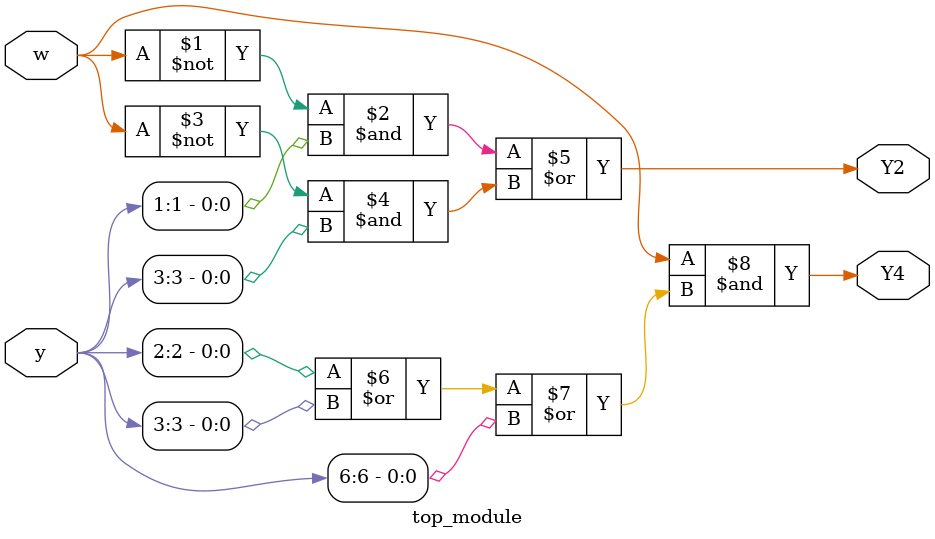
<source format=sv>
module top_module (
    input [6:1] y,
    input w,
    output Y2,
    output Y4
);

    // y[6:1] encoding:
    // A = 000001 -> y[1]
    // B = 000010 -> y[2]
    // C = 000100 -> y[3]
    // D = 001000 -> y[4]
    // E = 010000 -> y[5]
    // F = 100000 -> y[6]

    // State transitions for Y2 and Y4:
    // Y2 (next state B):
    // y[1] (A) -- 0 --> y[2] (B)
    // y[3] (C) -- 0 --> y[2] (B)
    // y[2] = (~w & y[1]) | (~w & y[3]);

    // Y4 (next state D):
    // y[2] (B) -- 1 --> y[4] (D)
    // y[3] (C) -- 1 --> y[4] (D)
    // y[6] (F) -- 1 --> y[4] (D)
    // y[4] = (w & (y[2] | y[3] | y[6]));

    assign Y2 = (~w & y[1]) | (~w & y[3]);
    assign Y4 = (w & (y[2] | y[3] | y[6]));

endmodule

</source>
